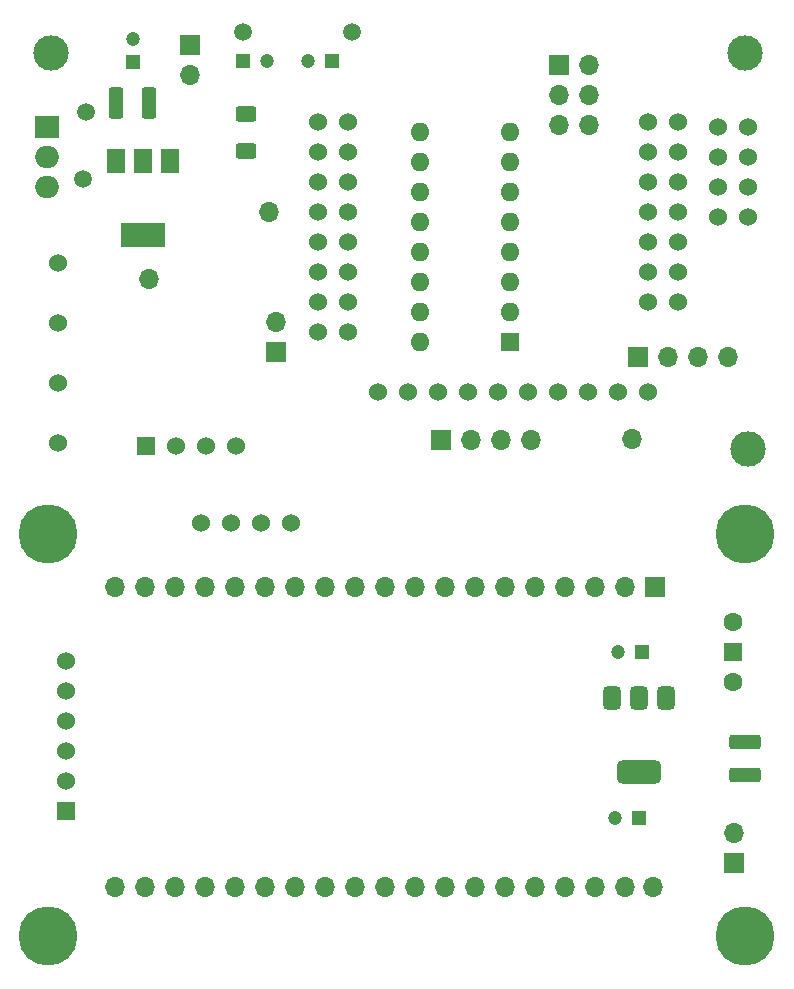
<source format=gbr>
%TF.GenerationSoftware,KiCad,Pcbnew,8.0.4*%
%TF.CreationDate,2024-07-20T23:30:23-04:00*%
%TF.ProjectId,esp32-node-board-40x65_telemetry,65737033-322d-46e6-9f64-652d626f6172,rev?*%
%TF.SameCoordinates,Original*%
%TF.FileFunction,Soldermask,Bot*%
%TF.FilePolarity,Negative*%
%FSLAX46Y46*%
G04 Gerber Fmt 4.6, Leading zero omitted, Abs format (unit mm)*
G04 Created by KiCad (PCBNEW 8.0.4) date 2024-07-20 23:30:23*
%MOMM*%
%LPD*%
G01*
G04 APERTURE LIST*
G04 Aperture macros list*
%AMRoundRect*
0 Rectangle with rounded corners*
0 $1 Rounding radius*
0 $2 $3 $4 $5 $6 $7 $8 $9 X,Y pos of 4 corners*
0 Add a 4 corners polygon primitive as box body*
4,1,4,$2,$3,$4,$5,$6,$7,$8,$9,$2,$3,0*
0 Add four circle primitives for the rounded corners*
1,1,$1+$1,$2,$3*
1,1,$1+$1,$4,$5*
1,1,$1+$1,$6,$7*
1,1,$1+$1,$8,$9*
0 Add four rect primitives between the rounded corners*
20,1,$1+$1,$2,$3,$4,$5,0*
20,1,$1+$1,$4,$5,$6,$7,0*
20,1,$1+$1,$6,$7,$8,$9,0*
20,1,$1+$1,$8,$9,$2,$3,0*%
G04 Aperture macros list end*
%ADD10R,1.200000X1.200000*%
%ADD11C,1.200000*%
%ADD12C,5.000000*%
%ADD13C,3.000000*%
%ADD14C,1.524000*%
%ADD15O,1.700000X1.700000*%
%ADD16R,1.524000X1.524000*%
%ADD17R,1.700000X1.700000*%
%ADD18R,1.600000X1.600000*%
%ADD19O,1.600000X1.600000*%
%ADD20R,1.500000X1.500000*%
%ADD21C,1.600000*%
%ADD22R,2.000000X1.905000*%
%ADD23O,2.000000X1.905000*%
%ADD24C,1.500000*%
%ADD25RoundRect,0.250000X-1.075000X0.375000X-1.075000X-0.375000X1.075000X-0.375000X1.075000X0.375000X0*%
%ADD26RoundRect,0.250000X-0.625000X0.400000X-0.625000X-0.400000X0.625000X-0.400000X0.625000X0.400000X0*%
%ADD27RoundRect,0.250000X-0.375000X-1.075000X0.375000X-1.075000X0.375000X1.075000X-0.375000X1.075000X0*%
%ADD28R,1.500000X2.000000*%
%ADD29R,3.800000X2.000000*%
%ADD30RoundRect,0.375000X-0.375000X0.625000X-0.375000X-0.625000X0.375000X-0.625000X0.375000X0.625000X0*%
%ADD31RoundRect,0.500000X-1.400000X0.500000X-1.400000X-0.500000X1.400000X-0.500000X1.400000X0.500000X0*%
G04 APERTURE END LIST*
D10*
%TO.C,C2*%
X107000000Y-44200000D03*
D11*
X105000000Y-44200000D03*
%TD*%
D12*
%TO.C,H3*%
X83000000Y-84250000D03*
X83000000Y-118250000D03*
X142000000Y-118250000D03*
X142000000Y-84250000D03*
%TD*%
D13*
%TO.C,H1*%
X142000000Y-43500000D03*
%TD*%
%TO.C,H2*%
X83250000Y-43530000D03*
%TD*%
D14*
%TO.C,J9*%
X83820000Y-61310000D03*
X83820000Y-66390000D03*
%TD*%
%TO.C,J1*%
X105860000Y-67150000D03*
X108400000Y-67150000D03*
X105860000Y-49370000D03*
X108400000Y-49370000D03*
X105860000Y-51910000D03*
X108400000Y-51910000D03*
X105860000Y-54450000D03*
X108400000Y-54450000D03*
X105860000Y-56990000D03*
X108400000Y-56990000D03*
X105860000Y-59530000D03*
X108400000Y-59530000D03*
X105860000Y-62070000D03*
X108400000Y-62070000D03*
X105860000Y-64610000D03*
X108400000Y-64610000D03*
X110940000Y-72230000D03*
X113480000Y-72230000D03*
X116020000Y-72230000D03*
X118560000Y-72230000D03*
X121100000Y-72230000D03*
X123640000Y-72230000D03*
X126180000Y-72230000D03*
X128720000Y-72230000D03*
X131260000Y-72230000D03*
X133800000Y-72230000D03*
X136340000Y-64610000D03*
X133800000Y-64610000D03*
X136340000Y-62070000D03*
X133800000Y-62070000D03*
X136340000Y-59530000D03*
X133800000Y-59530000D03*
X136340000Y-56990000D03*
X133800000Y-56990000D03*
X136340000Y-54450000D03*
X133800000Y-54450000D03*
X136340000Y-51910000D03*
X133800000Y-51910000D03*
X136340000Y-49370000D03*
X133800000Y-49370000D03*
%TD*%
D10*
%TO.C,C6*%
X133250000Y-94250000D03*
D11*
X131250000Y-94250000D03*
%TD*%
D15*
%TO.C,J7*%
X91500000Y-62620000D03*
%TD*%
D14*
%TO.C,J24*%
X84500000Y-97500000D03*
X84500000Y-105120000D03*
X84500000Y-102580000D03*
X84500000Y-100040000D03*
X84500000Y-94960000D03*
D16*
X84500000Y-107660000D03*
%TD*%
D17*
%TO.C,J2*%
X95025000Y-42850000D03*
D15*
X95025000Y-45390000D03*
%TD*%
D17*
%TO.C,J6*%
X116200000Y-76225000D03*
D15*
X118740000Y-76225000D03*
X121280000Y-76225000D03*
X123820000Y-76225000D03*
%TD*%
D18*
%TO.C,U3*%
X122100000Y-67925000D03*
D19*
X122100000Y-65385000D03*
X122100000Y-62845000D03*
X122100000Y-60305000D03*
X122100000Y-57765000D03*
X122100000Y-55225000D03*
X122100000Y-52685000D03*
X122100000Y-50145000D03*
X114480000Y-50145000D03*
X114480000Y-52685000D03*
X114480000Y-55225000D03*
X114480000Y-57765000D03*
X114480000Y-60305000D03*
X114480000Y-62845000D03*
X114480000Y-65385000D03*
X114480000Y-67925000D03*
%TD*%
D17*
%TO.C,J10*%
X132920000Y-69250000D03*
D15*
X135460000Y-69250000D03*
X138000000Y-69250000D03*
X140540000Y-69250000D03*
%TD*%
D17*
%TO.C,J21*%
X141040000Y-112110000D03*
D15*
X141040000Y-109570000D03*
%TD*%
D10*
%TO.C,C3*%
X99500000Y-44200000D03*
D11*
X101500000Y-44200000D03*
%TD*%
D17*
%TO.C,J20*%
X134320000Y-88750000D03*
D15*
X131780000Y-88750000D03*
X129240000Y-88750000D03*
X126700000Y-88750000D03*
X124160000Y-88750000D03*
X121620000Y-88750000D03*
X119080000Y-88750000D03*
X116540000Y-88750000D03*
X114000000Y-88750000D03*
X111460000Y-88750000D03*
X108920000Y-88750000D03*
X106380000Y-88750000D03*
X103840000Y-88750000D03*
X101300000Y-88750000D03*
X98760000Y-88750000D03*
X96220000Y-88750000D03*
X93680000Y-88750000D03*
X91140000Y-88750000D03*
X88600000Y-88750000D03*
X88600000Y-114150000D03*
X91140000Y-114150000D03*
X93680000Y-114150000D03*
X96220000Y-114150000D03*
X98760000Y-114150000D03*
X101300000Y-114150000D03*
X103840000Y-114150000D03*
X106380000Y-114150000D03*
X108920000Y-114150000D03*
X111460000Y-114150000D03*
X114000000Y-114150000D03*
X116540000Y-114150000D03*
X119080000Y-114150000D03*
X121620000Y-114150000D03*
X124160000Y-114150000D03*
X126700000Y-114150000D03*
X129240000Y-114150000D03*
X131780000Y-114150000D03*
X134210000Y-114150000D03*
%TD*%
%TO.C,J18*%
X101700000Y-56950000D03*
%TD*%
D14*
%TO.C,J23*%
X103540000Y-83250000D03*
X95920000Y-83250000D03*
X98460000Y-83250000D03*
X101000000Y-83250000D03*
%TD*%
D17*
%TO.C,J5*%
X102300000Y-68790000D03*
D15*
X102300000Y-66250000D03*
%TD*%
D17*
%TO.C,J14*%
X126230000Y-44480000D03*
D15*
X126230000Y-47020000D03*
X126230000Y-49560000D03*
X128770000Y-44480000D03*
X128770000Y-47020000D03*
X128770000Y-49560000D03*
%TD*%
D14*
%TO.C,J3*%
X139700000Y-52310000D03*
X139700000Y-49770000D03*
X139700000Y-57390000D03*
X139700000Y-54850000D03*
%TD*%
D20*
%TO.C,SW1*%
X141000000Y-94250000D03*
D21*
X141000000Y-91710000D03*
X141000000Y-96790000D03*
%TD*%
D15*
%TO.C,J16*%
X132400000Y-76150000D03*
%TD*%
D10*
%TO.C,C1*%
X90200000Y-44300000D03*
D11*
X90200000Y-42300000D03*
%TD*%
D16*
%TO.C,U7*%
X91220000Y-76800000D03*
D14*
X93760000Y-76800000D03*
X96300000Y-76800000D03*
X98840000Y-76800000D03*
%TD*%
D10*
%TO.C,C7*%
X133000000Y-108250000D03*
D11*
X131000000Y-108250000D03*
%TD*%
D22*
%TO.C,U4*%
X82855000Y-49770000D03*
D23*
X82855000Y-52310000D03*
X82855000Y-54850000D03*
%TD*%
D14*
%TO.C,J4*%
X142240000Y-49770000D03*
X142240000Y-57390000D03*
X142240000Y-54850000D03*
X142240000Y-52310000D03*
%TD*%
D13*
%TO.C,H4*%
X142250000Y-77000000D03*
%TD*%
D14*
%TO.C,J8*%
X83820000Y-71470000D03*
X83820000Y-76550000D03*
%TD*%
D24*
%TO.C,TP4*%
X99500000Y-41750000D03*
%TD*%
%TO.C,TP3*%
X108700000Y-41750000D03*
%TD*%
D25*
%TO.C,D7*%
X142000000Y-101850000D03*
X142000000Y-104650000D03*
%TD*%
D26*
%TO.C,R1*%
X99700000Y-48700000D03*
X99700000Y-51800000D03*
%TD*%
D27*
%TO.C,D4*%
X88700000Y-47750000D03*
X91500000Y-47750000D03*
%TD*%
D24*
%TO.C,TP1*%
X86200000Y-48450000D03*
%TD*%
%TO.C,TP2*%
X85900000Y-54150000D03*
%TD*%
D28*
%TO.C,U1*%
X88700000Y-52600000D03*
X91000000Y-52600000D03*
D29*
X91000000Y-58900000D03*
D28*
X93300000Y-52600000D03*
%TD*%
D30*
%TO.C,U11*%
X130700000Y-98100000D03*
X133000000Y-98100000D03*
D31*
X133000000Y-104400000D03*
D30*
X135300000Y-98100000D03*
%TD*%
M02*

</source>
